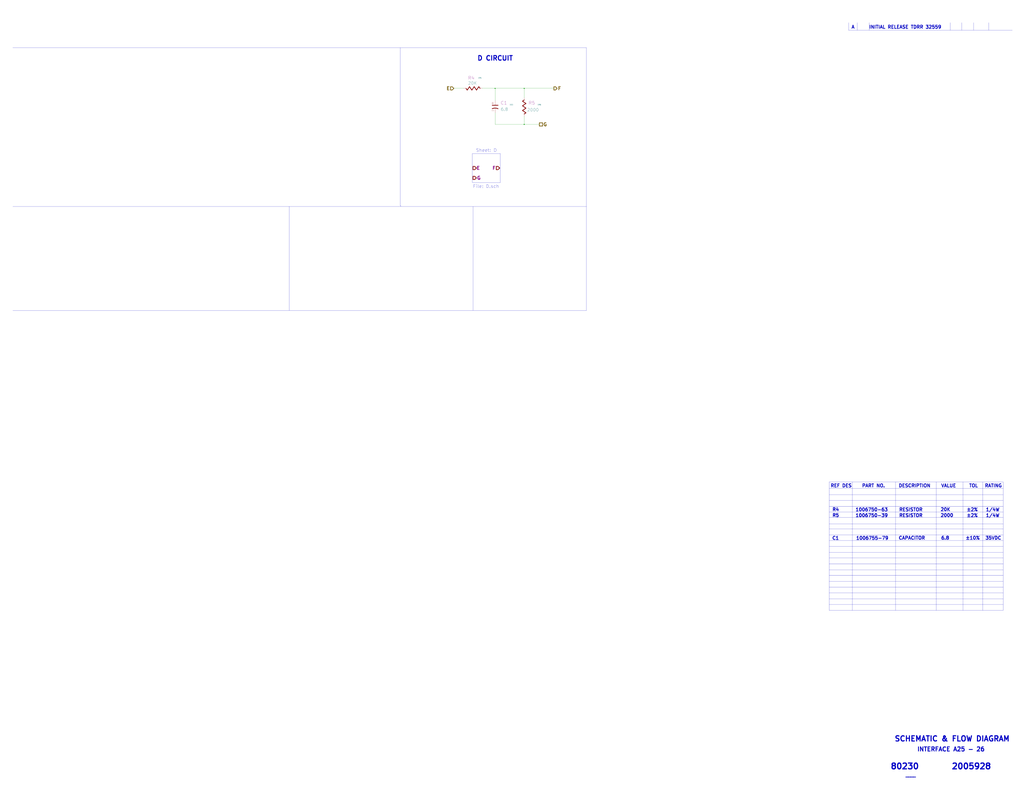
<source format=kicad_sch>
(kicad_sch (version 20211123) (generator eeschema)
  (paper "E")
  (lib_symbols
    (symbol "AGC_DSKY:Capacitor-Polarized" (pin_numbers hide) (pin_names (offset 0) hide)
      (property "Reference" "C" (at 4.445 5.08 0))
      (symbol "Capacitor-Polarized_0_0"
        (text "+" (at -2.54 4.445 0) (effects (font (size 3.556 3.556))))
        (text "-" (at -2.54 -3.81 0) (effects (font (size 3.556 3.556))))
      )
      (symbol "Capacitor-Polarized_0_1"
        (polyline (pts (xy -3.175 1.905) (xy 3.175 1.905)) (stroke (width 0.762)))
        (arc (start 3.175 -1.905) (mid 0 -1.2173) (end -3.175 -1.905) (stroke (width 0.762)))
      )
      (symbol "Capacitor-Polarized_1_1"
        (pin passive line (at 0 6.985 270) (length 5.08) (name "1") (number "1"))
        (pin passive line (at 0 -6.35 90) (length 5.08) (name "2") (number "2"))
      )
    )
    (symbol "AGC_DSKY:HierBody" (pin_numbers hide) (pin_names (offset 0) hide)
      (symbol "HierBody_0_1"
        (polyline (pts (xy 1.905 0) (xy -0.127 -1.778) (xy -1.905 -1.778) (xy -1.905 1.778) (xy -0.127 1.778) (xy 1.905 0)) (stroke (width 0.762)))
      )
    )
    (symbol "AGC_DSKY:Resistor" (pin_numbers hide) (pin_names (offset 0) hide)
      (property "Reference" "R" (at -0.635 -4.445 0))
      (symbol "Resistor_0_1"
        (polyline (pts (xy -7.62 0) (xy -6.35 -1.905) (xy -3.81 1.905) (xy -1.27 -1.905) (xy 1.27 1.905) (xy 3.81 -1.905) (xy 6.35 1.905) (xy 7.62 0)) (stroke (width 0.762)))
      )
      (symbol "Resistor_1_1"
        (pin passive line (at -10.16 0 0) (length 2.54) (name "1") (number "1"))
        (pin passive line (at 10.16 0 180) (length 2.54) (name "2") (number "2"))
      )
    )
  )
  (junction (at 572.135 135.89))
  (junction (at 572.135 96.52))
  (junction (at 540.385 96.52))
  (polyline (pts (xy 904.9766 641.223) (xy 1094.8416 641.223)) (stroke (width 0) (type solid)))
  (wire (pts (xy 495.3 96.52) (xy 506.095 96.52)))
  (polyline (pts (xy 935.7106 33.02) (xy 935.7106 24.765)) (stroke (width 0.1524) (type solid)))
  (polyline (pts (xy 315.595 225.425) (xy 315.595 339.09)) (stroke (width 0) (type solid)))
  (polyline (pts (xy 904.9766 615.823) (xy 1094.8416 615.823)) (stroke (width 0) (type solid)))
  (polyline (pts (xy 516.255 225.425) (xy 516.255 339.09)) (stroke (width 0) (type solid)))
  (polyline (pts (xy 515.62 167.64) (xy 546.1 167.64)) (stroke (width 0) (type solid)))
  (polyline (pts (xy 1051.0266 526.288) (xy 1051.0266 666.623)) (stroke (width 0) (type solid)))
  (polyline (pts (xy 1094.8416 622.173) (xy 904.9766 622.173)) (stroke (width 0) (type solid)))
  (wire (pts (xy 572.135 96.52) (xy 604.52 96.52)))
  (wire (pts (xy 540.385 123.19) (xy 540.385 135.89)))
  (polyline (pts (xy 1078.992 32.9946) (xy 1078.992 24.7396)) (stroke (width 0.1524) (type solid)))
  (polyline (pts (xy 904.9766 552.958) (xy 1094.8416 552.958)) (stroke (width 0) (type solid)))
  (polyline (pts (xy 930.3766 526.288) (xy 930.3766 666.623)) (stroke (width 0) (type solid)))
  (polyline (pts (xy 640.08 52.07) (xy 640.08 339.09)) (stroke (width 0) (type solid)))
  (polyline (pts (xy 904.9766 526.288) (xy 1094.8416 526.288)) (stroke (width 0) (type solid)))
  (polyline (pts (xy 904.9766 653.923) (xy 1094.8416 653.923)) (stroke (width 0) (type solid)))
  (polyline (pts (xy 948.69 32.9946) (xy 948.69 24.7396)) (stroke (width 0.1524) (type solid)))
  (polyline (pts (xy 1072.6166 526.288) (xy 1072.6166 666.623)) (stroke (width 0) (type solid)))
  (polyline (pts (xy 515.62 167.64) (xy 515.62 199.39)) (stroke (width 0) (type solid)))
  (polyline (pts (xy 1062.5074 32.9946) (xy 1062.5074 24.7396)) (stroke (width 0.1524) (type solid)))
  (polyline (pts (xy 904.9766 590.423) (xy 1094.8416 590.423)) (stroke (width 0) (type solid)))
  (polyline (pts (xy 515.62 199.39) (xy 546.1 199.39)) (stroke (width 0) (type solid)))
  (polyline (pts (xy 436.88 52.07) (xy 436.88 224.79)) (stroke (width 0) (type solid)))
  (polyline (pts (xy 904.9766 628.523) (xy 1094.8416 628.523)) (stroke (width 0) (type solid)))
  (polyline (pts (xy 904.9766 565.023) (xy 1094.8416 565.023)) (stroke (width 0) (type solid)))
  (polyline (pts (xy 1094.8416 596.773) (xy 904.9766 596.773)) (stroke (width 0) (type solid)))
  (polyline (pts (xy 437.515 224.79) (xy 437.515 225.425)))
  (polyline (pts (xy 436.88 224.79) (xy 437.515 224.79)))
  (polyline (pts (xy 13.97 225.425) (xy 640.08 225.425)) (stroke (width 0) (type solid)))
  (polyline (pts (xy 1037.1074 32.9946) (xy 1037.1074 24.7396)) (stroke (width 0.1524) (type solid)))
  (polyline (pts (xy 926.1094 33.02) (xy 926.1094 24.765)) (stroke (width 0.1524) (type solid)))
  (polyline (pts (xy 977.3666 526.288) (xy 977.3666 666.623)) (stroke (width 0) (type solid)))
  (polyline (pts (xy 1094.8416 546.608) (xy 904.9766 546.608)) (stroke (width 0) (type solid)))
  (polyline (pts (xy 904.9766 572.008) (xy 1094.8416 572.008)) (stroke (width 0) (type solid)))
  (polyline (pts (xy 1021.8166 526.288) (xy 1021.8166 666.623)) (stroke (width 0) (type solid)))
  (wire (pts (xy 572.135 135.89) (xy 588.645 135.89)))
  (wire (pts (xy 572.135 106.68) (xy 572.135 96.52)))
  (polyline (pts (xy 1094.8416 526.288) (xy 1094.8416 666.623)) (stroke (width 0) (type solid)))
  (wire (pts (xy 540.385 135.89) (xy 572.135 135.89)))
  (polyline (pts (xy 1094.8416 533.273) (xy 904.9766 533.273)) (stroke (width 0) (type solid)))
  (polyline (pts (xy 13.97 52.07) (xy 640.08 52.07)) (stroke (width 0) (type solid)))
  (polyline (pts (xy 1094.8416 647.573) (xy 904.9766 647.573)) (stroke (width 0) (type solid)))
  (wire (pts (xy 540.385 96.52) (xy 572.135 96.52)))
  (polyline (pts (xy 13.97 339.09) (xy 640.08 339.09)) (stroke (width 0) (type solid)))
  (polyline (pts (xy 1104.9 33.02) (xy 926.1094 33.02)) (stroke (width 0.1524) (type solid)))
  (polyline (pts (xy 1094.8416 660.273) (xy 904.9766 660.273)) (stroke (width 0) (type solid)))
  (polyline (pts (xy 1094.8416 559.308) (xy 904.9766 559.308)) (stroke (width 0) (type solid)))
  (polyline (pts (xy 904.9766 577.723) (xy 1094.8416 577.723)) (stroke (width 0) (type solid)))
  (wire (pts (xy 526.415 96.52) (xy 540.385 96.52)))
  (polyline (pts (xy 904.9766 666.623) (xy 1094.8416 666.623)) (stroke (width 0) (type solid)))
  (polyline (pts (xy 904.9766 540.258) (xy 1094.8416 540.258)) (stroke (width 0) (type solid)))
  (polyline (pts (xy 1049.8074 32.9946) (xy 1049.8074 24.7396)) (stroke (width 0.1524) (type solid)))
  (polyline (pts (xy 1094.8416 634.873) (xy 904.9766 634.873)) (stroke (width 0) (type solid)))
  (polyline (pts (xy 904.9766 584.073) (xy 1094.8416 584.073)) (stroke (width 0) (type solid)))
  (polyline (pts (xy 1094.8416 609.473) (xy 904.9766 609.473)) (stroke (width 0) (type solid)))
  (polyline (pts (xy 904.9766 526.288) (xy 904.9766 666.623)) (stroke (width 0) (type solid)))
  (wire (pts (xy 572.135 127) (xy 572.135 135.89)))
  (wire (pts (xy 540.385 96.52) (xy 540.385 109.855)))
  (polyline (pts (xy 904.9766 603.123) (xy 1094.8416 603.123)) (stroke (width 0) (type solid)))
  (polyline (pts (xy 546.1 199.39) (xy 546.1 167.64)) (stroke (width 0) (type solid)))
  (text "±10%" (at 1053.5666 589.788 0) (effects (font (size 3.556 3.556) (thickness 0.7112) bold) (justify left bottom)))
  (text "VALUE" (at 1026.8966 532.638 0) (effects (font (size 3.556 3.556) (thickness 0.7112) bold) (justify left bottom)))
  (text "2005928" (at 1038.225 840.74 0) (effects (font (size 6.35 6.35) (thickness 1.27) bold) (justify left bottom)))
  (text "D CIRCUIT" (at 520.7 66.675 0) (effects (font (size 5.08 5.08) (thickness 1.016) bold) (justify left bottom)))
  (text "6.8" (at 1026.8966 589.788 0) (effects (font (size 3.556 3.556) (thickness 0.7112) bold) (justify left bottom)))
  (text "PART NO." (at 940.5366 532.638 0) (effects (font (size 3.556 3.556) (thickness 0.7112) bold) (justify left bottom)))
  (text "R5" (at 908.1516 565.023 0) (effects (font (size 3.556 3.556) (thickness 0.7112) bold) (justify left bottom)))
  (text "C1" (at 908.05 589.915 0) (effects (font (size 3.556 3.556) (thickness 0.7112) bold) (justify left bottom)))
  (text "1006750-39" (at 933.45 565.15 0) (effects (font (size 3.556 3.556) (thickness 0.7112) bold) (justify left bottom)))
  (text "80230" (at 971.55 840.74 0) (effects (font (size 6.35 6.35) (thickness 1.27) bold) (justify left bottom)))
  (text "DESCRIPTION" (at 980.5416 532.638 0) (effects (font (size 3.556 3.556) (thickness 0.7112) bold) (justify left bottom)))
  (text "RATING" (at 1074.5216 532.638 0) (effects (font (size 3.556 3.556) (thickness 0.7112) bold) (justify left bottom)))
  (text "SCHEMATIC & FLOW DIAGRAM" (at 975.995 810.26 0) (effects (font (size 5.715 5.715) (thickness 1.143) bold) (justify left bottom)))
  (text "INTERFACE A25 - 26" (at 1000.76 821.055 0) (effects (font (size 4.572 4.572) (thickness 0.9144) bold) (justify left bottom)))
  (text "RESISTOR" (at 981.075 558.8 0) (effects (font (size 3.556 3.556) (thickness 0.7112) bold) (justify left bottom)))
  (text "REF DES" (at 906.2466 532.638 0) (effects (font (size 3.556 3.556) (thickness 0.7112) bold) (justify left bottom)))
  (text "R4" (at 908.1516 558.673 0) (effects (font (size 3.556 3.556) (thickness 0.7112) bold) (justify left bottom)))
  (text "1/4W" (at 1075.69 565.15 0) (effects (font (size 3.556 3.556) (thickness 0.7112) bold) (justify left bottom)))
  (text "1006750-63" (at 933.45 558.8 0) (effects (font (size 3.556 3.556) (thickness 0.7112) bold) (justify left bottom)))
  (text "Sheet: D" (at 542.29 166.37 180) (effects (font (size 3.556 3.556)) (justify right bottom)))
  (text "20K" (at 1026.2616 558.673 0) (effects (font (size 3.556 3.556) (thickness 0.7112) bold) (justify left bottom)))
  (text "____" (at 988.06 848.995 0) (effects (font (size 3.556 3.556) (thickness 0.7112) bold) (justify left bottom)))
  (text "File: D.sch" (at 544.83 205.74 180) (effects (font (size 3.556 3.556)) (justify right bottom)))
  (text "1006755-79" (at 934.085 589.915 0) (effects (font (size 3.556 3.556) (thickness 0.7112) bold) (justify left bottom)))
  (text "RESISTOR" (at 981.075 565.15 0) (effects (font (size 3.556 3.556) (thickness 0.7112) bold) (justify left bottom)))
  (text "1/4W" (at 1075.69 558.8 0) (effects (font (size 3.556 3.556) (thickness 0.7112) bold) (justify left bottom)))
  (text "CAPACITOR" (at 980.5416 589.788 0) (effects (font (size 3.556 3.556) (thickness 0.7112) bold) (justify left bottom)))
  (text "TOL" (at 1057.3766 532.638 0) (effects (font (size 3.556 3.556) (thickness 0.7112) bold) (justify left bottom)))
  (text "A      INITIAL RELEASE TDRR 32559" (at 929.005 31.75 0) (effects (font (size 3.556 3.556) (thickness 0.7112) bold) (justify left bottom)))
  (text "±2%" (at 1054.735 565.15 0) (effects (font (size 3.556 3.556) (thickness 0.7112) bold) (justify left bottom)))
  (text "2000" (at 1026.2616 565.023 0) (effects (font (size 3.556 3.556) (thickness 0.7112) bold) (justify left bottom)))
  (text "±2%" (at 1054.735 558.8 0) (effects (font (size 3.556 3.556) (thickness 0.7112) bold) (justify left bottom)))
  (text "35VDC" (at 1075.1566 589.788 0) (effects (font (size 3.556 3.556) (thickness 0.7112) bold) (justify left bottom)))
  (hierarchical_label "F" (shape output) (at 604.52 96.52 0) (effects (font (size 3.556 3.556) (thickness 0.7112) bold)))
  (hierarchical_label "G" (shape passive) (at 588.645 135.89 0) (effects (font (size 3.556 3.556) (thickness 0.7112) bold)))
  (hierarchical_label "E" (shape input) (at 495.3 96.52 180) (effects (font (size 3.556 3.556) (thickness 0.7112) bold)))
  (symbol (lib_id "AGC_DSKY:Resistor") (at 516.255 96.52 0)
    (property "Reference" "1R4" (at 523.875 85.09 0))
    (property "Value" "20K" (at 515.62 90.805 0) (effects (font (size 3.302 3.302))))
    (property "baseRefd" "R4" (at 514.35 85.09 0) (effects (font (size 3.556 3.556))))
  )
  (symbol (lib_id "AGC_DSKY:Resistor") (at 572.135 116.84 270)
    (property "Reference" "1R5" (at 588.645 114.3 90))
    (property "Value" "2000" (at 581.66 120.015 90) (effects (font (size 3.302 3.302))))
    (property "baseRefd" "R5" (at 580.39 112.395 90) (effects (font (size 3.556 3.556))))
  )
  (symbol (lib_id "AGC_DSKY:Capacitor-Polarized") (at 540.385 116.84 0)
    (property "Reference" "1C1" (at 558.165 114.3 0))
    (property "Value" "6.8" (at 550.545 119.38 0) (effects (font (size 3.302 3.302))))
    (property "baseRefd" "C1" (at 549.91 112.395 0) (effects (font (size 3.556 3.556))))
  )
  (symbol (lib_id "AGC_DSKY:HierBody") (at 518.16 183.515 0)
    (property "Reference" "N2901" (effects hide))
    (property "Value" "HierBody" (effects hide))
    (property "Caption2" "E" (at 521.97 183.515 0) (effects (font (size 3.556 3.556) bold)))
  )
  (symbol (lib_id "AGC_DSKY:HierBody") (at 518.16 194.31 0)
    (property "Reference" "N2902" (effects hide))
    (property "Value" "HierBody" (effects hide))
    (property "Caption2" "G" (at 522.605 194.31 0) (effects (font (size 3.556 3.556) bold)))
  )
  (symbol (lib_id "AGC_DSKY:HierBody") (at 543.56 183.515 0)
    (property "Reference" "N2903" (effects hide))
    (property "Value" "HierBody" (effects hide))
    (property "Caption2" "F" (at 539.115 183.515 0) (effects (font (size 3.556 3.556) bold)))
  )
)
</source>
